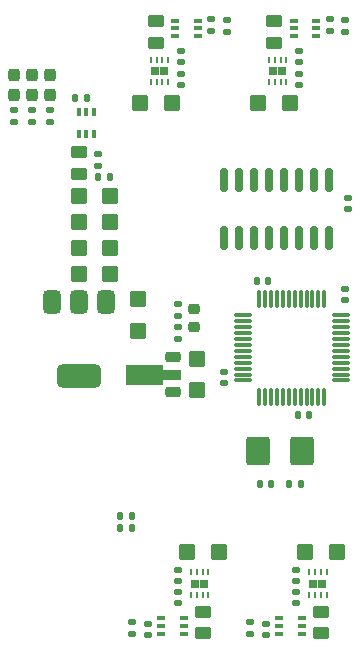
<source format=gtp>
G04 #@! TF.GenerationSoftware,KiCad,Pcbnew,9.0.2*
G04 #@! TF.CreationDate,2025-07-21T23:06:58-07:00*
G04 #@! TF.ProjectId,servo-drive,73657276-6f2d-4647-9269-76652e6b6963,rev?*
G04 #@! TF.SameCoordinates,Original*
G04 #@! TF.FileFunction,Paste,Top*
G04 #@! TF.FilePolarity,Positive*
%FSLAX46Y46*%
G04 Gerber Fmt 4.6, Leading zero omitted, Abs format (unit mm)*
G04 Created by KiCad (PCBNEW 9.0.2) date 2025-07-21 23:06:58*
%MOMM*%
%LPD*%
G01*
G04 APERTURE LIST*
G04 Aperture macros list*
%AMRoundRect*
0 Rectangle with rounded corners*
0 $1 Rounding radius*
0 $2 $3 $4 $5 $6 $7 $8 $9 X,Y pos of 4 corners*
0 Add a 4 corners polygon primitive as box body*
4,1,4,$2,$3,$4,$5,$6,$7,$8,$9,$2,$3,0*
0 Add four circle primitives for the rounded corners*
1,1,$1+$1,$2,$3*
1,1,$1+$1,$4,$5*
1,1,$1+$1,$6,$7*
1,1,$1+$1,$8,$9*
0 Add four rect primitives between the rounded corners*
20,1,$1+$1,$2,$3,$4,$5,0*
20,1,$1+$1,$4,$5,$6,$7,0*
20,1,$1+$1,$6,$7,$8,$9,0*
20,1,$1+$1,$8,$9,$2,$3,0*%
%AMFreePoly0*
4,1,9,3.862500,-0.866500,0.737500,-0.866500,0.737500,-0.450000,-0.737500,-0.450000,-0.737500,0.450000,0.737500,0.450000,0.737500,0.866500,3.862500,0.866500,3.862500,-0.866500,3.862500,-0.866500,$1*%
G04 Aperture macros list end*
%ADD10RoundRect,0.140000X-0.170000X0.140000X-0.170000X-0.140000X0.170000X-0.140000X0.170000X0.140000X0*%
%ADD11RoundRect,0.135000X-0.185000X0.135000X-0.185000X-0.135000X0.185000X-0.135000X0.185000X0.135000X0*%
%ADD12RoundRect,0.140000X0.170000X-0.140000X0.170000X0.140000X-0.170000X0.140000X-0.170000X-0.140000X0*%
%ADD13RoundRect,0.225000X0.250000X-0.225000X0.250000X0.225000X-0.250000X0.225000X-0.250000X-0.225000X0*%
%ADD14RoundRect,0.135000X-0.135000X-0.185000X0.135000X-0.185000X0.135000X0.185000X-0.135000X0.185000X0*%
%ADD15RoundRect,0.135000X0.185000X-0.135000X0.185000X0.135000X-0.185000X0.135000X-0.185000X-0.135000X0*%
%ADD16R,0.650000X0.750000*%
%ADD17RoundRect,0.062500X-0.062500X0.187500X-0.062500X-0.187500X0.062500X-0.187500X0.062500X0.187500X0*%
%ADD18RoundRect,0.075000X0.075000X-0.662500X0.075000X0.662500X-0.075000X0.662500X-0.075000X-0.662500X0*%
%ADD19RoundRect,0.075000X0.662500X-0.075000X0.662500X0.075000X-0.662500X0.075000X-0.662500X-0.075000X0*%
%ADD20RoundRect,0.100000X-0.225000X-0.100000X0.225000X-0.100000X0.225000X0.100000X-0.225000X0.100000X0*%
%ADD21RoundRect,0.140000X0.140000X0.170000X-0.140000X0.170000X-0.140000X-0.170000X0.140000X-0.170000X0*%
%ADD22RoundRect,0.225000X0.425000X0.225000X-0.425000X0.225000X-0.425000X-0.225000X0.425000X-0.225000X0*%
%ADD23FreePoly0,180.000000*%
%ADD24RoundRect,0.250000X-0.457500X-0.445000X0.457500X-0.445000X0.457500X0.445000X-0.457500X0.445000X0*%
%ADD25RoundRect,0.250000X0.450000X-0.262500X0.450000X0.262500X-0.450000X0.262500X-0.450000X-0.262500X0*%
%ADD26RoundRect,0.250000X0.750000X0.950000X-0.750000X0.950000X-0.750000X-0.950000X0.750000X-0.950000X0*%
%ADD27RoundRect,0.100000X0.225000X0.100000X-0.225000X0.100000X-0.225000X-0.100000X0.225000X-0.100000X0*%
%ADD28RoundRect,0.250000X0.445000X-0.457500X0.445000X0.457500X-0.445000X0.457500X-0.445000X-0.457500X0*%
%ADD29RoundRect,0.150000X-0.150000X0.825000X-0.150000X-0.825000X0.150000X-0.825000X0.150000X0.825000X0*%
%ADD30RoundRect,0.250000X-0.445000X0.457500X-0.445000X-0.457500X0.445000X-0.457500X0.445000X0.457500X0*%
%ADD31RoundRect,0.375000X-0.375000X0.625000X-0.375000X-0.625000X0.375000X-0.625000X0.375000X0.625000X0*%
%ADD32RoundRect,0.500000X-1.400000X0.500000X-1.400000X-0.500000X1.400000X-0.500000X1.400000X0.500000X0*%
%ADD33RoundRect,0.100000X-0.100000X0.225000X-0.100000X-0.225000X0.100000X-0.225000X0.100000X0.225000X0*%
%ADD34RoundRect,0.237500X0.237500X-0.287500X0.237500X0.287500X-0.237500X0.287500X-0.237500X-0.287500X0*%
%ADD35RoundRect,0.250000X-0.450000X0.262500X-0.450000X-0.262500X0.450000X-0.262500X0.450000X0.262500X0*%
%ADD36RoundRect,0.140000X-0.140000X-0.170000X0.140000X-0.170000X0.140000X0.170000X-0.140000X0.170000X0*%
%ADD37RoundRect,0.250000X0.457500X0.445000X-0.457500X0.445000X-0.457500X-0.445000X0.457500X-0.445000X0*%
%ADD38RoundRect,0.062500X0.062500X-0.187500X0.062500X0.187500X-0.062500X0.187500X-0.062500X-0.187500X0*%
G04 APERTURE END LIST*
D10*
X140200000Y-80420000D03*
X140200000Y-81380000D03*
D11*
X151500000Y-80490000D03*
X151500000Y-81510000D03*
D12*
X151750000Y-96480000D03*
X151750000Y-95520000D03*
D11*
X125000000Y-88115000D03*
X125000000Y-89135000D03*
D13*
X138700000Y-106475000D03*
X138700000Y-104925000D03*
D12*
X134800000Y-132580000D03*
X134800000Y-131620000D03*
D14*
X132490000Y-122500000D03*
X133510000Y-122500000D03*
D15*
X137400000Y-107510000D03*
X137400000Y-106490000D03*
D16*
X136200000Y-84800000D03*
X135400000Y-84800000D03*
D17*
X136550000Y-83850000D03*
X136050000Y-83850000D03*
X135550000Y-83850000D03*
X135050000Y-83850000D03*
X135050000Y-85750000D03*
X135550000Y-85750000D03*
X136050000Y-85750000D03*
X136550000Y-85750000D03*
D12*
X147600000Y-85980000D03*
X147600000Y-85020000D03*
D18*
X144250000Y-112412500D03*
X144750000Y-112412500D03*
X145250000Y-112412500D03*
X145750000Y-112412500D03*
X146250000Y-112412500D03*
X146750000Y-112412500D03*
X147250000Y-112412500D03*
X147750000Y-112412500D03*
X148250000Y-112412500D03*
X148750000Y-112412500D03*
X149250000Y-112412500D03*
X149750000Y-112412500D03*
D19*
X151162500Y-111000000D03*
X151162500Y-110500000D03*
X151162500Y-110000000D03*
X151162500Y-109500000D03*
X151162500Y-109000000D03*
X151162500Y-108500000D03*
X151162500Y-108000000D03*
X151162500Y-107500000D03*
X151162500Y-107000000D03*
X151162500Y-106500000D03*
X151162500Y-106000000D03*
X151162500Y-105500000D03*
D18*
X149750000Y-104087500D03*
X149250000Y-104087500D03*
X148750000Y-104087500D03*
X148250000Y-104087500D03*
X147750000Y-104087500D03*
X147250000Y-104087500D03*
X146750000Y-104087500D03*
X146250000Y-104087500D03*
X145750000Y-104087500D03*
X145250000Y-104087500D03*
X144750000Y-104087500D03*
X144250000Y-104087500D03*
D19*
X142837500Y-105500000D03*
X142837500Y-106000000D03*
X142837500Y-106500000D03*
X142837500Y-107000000D03*
X142837500Y-107500000D03*
X142837500Y-108000000D03*
X142837500Y-108500000D03*
X142837500Y-109000000D03*
X142837500Y-109500000D03*
X142837500Y-110000000D03*
X142837500Y-110500000D03*
X142837500Y-111000000D03*
D20*
X145950000Y-131150000D03*
X145950000Y-131800000D03*
X145950000Y-132450000D03*
X147850000Y-132450000D03*
X147850000Y-131800000D03*
X147850000Y-131150000D03*
D21*
X147750000Y-119750000D03*
X146790000Y-119750000D03*
D10*
X151500000Y-103270000D03*
X151500000Y-104230000D03*
D21*
X148500000Y-113950000D03*
X147540000Y-113950000D03*
D22*
X136950000Y-112000000D03*
D23*
X136862500Y-110500000D03*
D22*
X136950000Y-109000000D03*
D24*
X128947500Y-99800000D03*
X131652500Y-99800000D03*
D25*
X149500000Y-132412500D03*
X149500000Y-130587500D03*
D15*
X137400000Y-105520000D03*
X137400000Y-104500000D03*
D26*
X147850000Y-117000000D03*
X144150000Y-117000000D03*
D12*
X147400000Y-129880000D03*
X147400000Y-128920000D03*
D10*
X137400000Y-127020000D03*
X137400000Y-127980000D03*
D27*
X139050000Y-81850000D03*
X139050000Y-81200000D03*
X139050000Y-80550000D03*
X137150000Y-80550000D03*
X137150000Y-81200000D03*
X137150000Y-81850000D03*
D24*
X128947500Y-95400000D03*
X131652500Y-95400000D03*
D25*
X139500000Y-132412500D03*
X139500000Y-130587500D03*
D10*
X137600000Y-83120000D03*
X137600000Y-84080000D03*
D16*
X146200000Y-84800000D03*
X145400000Y-84800000D03*
D17*
X146550000Y-83850000D03*
X146050000Y-83850000D03*
X145550000Y-83850000D03*
X145050000Y-83850000D03*
X145050000Y-85750000D03*
X145550000Y-85750000D03*
X146050000Y-85750000D03*
X146550000Y-85750000D03*
D11*
X126500000Y-88115000D03*
X126500000Y-89135000D03*
D20*
X135950000Y-131150000D03*
X135950000Y-131800000D03*
X135950000Y-132450000D03*
X137850000Y-132450000D03*
X137850000Y-131800000D03*
X137850000Y-131150000D03*
D14*
X130590000Y-93800000D03*
X131610000Y-93800000D03*
D12*
X137600000Y-85980000D03*
X137600000Y-85020000D03*
D10*
X150200000Y-80420000D03*
X150200000Y-81380000D03*
D24*
X138147500Y-125500000D03*
X140852500Y-125500000D03*
X128947500Y-97600000D03*
X131652500Y-97600000D03*
D14*
X132490000Y-123500000D03*
X133510000Y-123500000D03*
D28*
X134000000Y-106852500D03*
X134000000Y-104147500D03*
D15*
X133500000Y-132510000D03*
X133500000Y-131490000D03*
D24*
X128947500Y-102000000D03*
X131652500Y-102000000D03*
D29*
X150195000Y-94025000D03*
X148925000Y-94025000D03*
X147655000Y-94025000D03*
X146385000Y-94025000D03*
X145115000Y-94025000D03*
X143845000Y-94025000D03*
X142575000Y-94025000D03*
X141305000Y-94025000D03*
X141305000Y-98975000D03*
X142575000Y-98975000D03*
X143845000Y-98975000D03*
X145115000Y-98975000D03*
X146385000Y-98975000D03*
X147655000Y-98975000D03*
X148925000Y-98975000D03*
X150195000Y-98975000D03*
D11*
X141500000Y-80490000D03*
X141500000Y-81510000D03*
D30*
X139000000Y-109147500D03*
X139000000Y-111852500D03*
D31*
X131300000Y-104350000D03*
X129000000Y-104350000D03*
D32*
X129000000Y-110650000D03*
D31*
X126700000Y-104350000D03*
D11*
X130600000Y-91790000D03*
X130600000Y-92810000D03*
D10*
X147600000Y-83120000D03*
X147600000Y-84080000D03*
D27*
X149050000Y-81850000D03*
X149050000Y-81200000D03*
X149050000Y-80550000D03*
X147150000Y-80550000D03*
X147150000Y-81200000D03*
X147150000Y-81850000D03*
D33*
X130250000Y-88250000D03*
X129600000Y-88250000D03*
X128950000Y-88250000D03*
X128950000Y-90150000D03*
X129600000Y-90150000D03*
X130250000Y-90150000D03*
D24*
X148147500Y-125500000D03*
X150852500Y-125500000D03*
D34*
X125000000Y-86875000D03*
X125000000Y-85125000D03*
D15*
X143500000Y-132510000D03*
X143500000Y-131490000D03*
D34*
X123500000Y-86875000D03*
X123500000Y-85125000D03*
D35*
X135500000Y-80587500D03*
X135500000Y-82412500D03*
D12*
X141300000Y-111230000D03*
X141300000Y-110270000D03*
X144800000Y-132580000D03*
X144800000Y-131620000D03*
D36*
X128670000Y-87050000D03*
X129630000Y-87050000D03*
D37*
X136852500Y-87500000D03*
X134147500Y-87500000D03*
D16*
X138800000Y-128200000D03*
X139600000Y-128200000D03*
D38*
X138450000Y-129150000D03*
X138950000Y-129150000D03*
X139450000Y-129150000D03*
X139950000Y-129150000D03*
X139950000Y-127250000D03*
X139450000Y-127250000D03*
X138950000Y-127250000D03*
X138450000Y-127250000D03*
D36*
X144290000Y-119750000D03*
X145250000Y-119750000D03*
D12*
X137400000Y-129880000D03*
X137400000Y-128920000D03*
D11*
X123500000Y-88115000D03*
X123500000Y-89135000D03*
D16*
X148800000Y-128200000D03*
X149600000Y-128200000D03*
D38*
X148450000Y-129150000D03*
X148950000Y-129150000D03*
X149450000Y-129150000D03*
X149950000Y-129150000D03*
X149950000Y-127250000D03*
X149450000Y-127250000D03*
X148950000Y-127250000D03*
X148450000Y-127250000D03*
D10*
X147400000Y-127020000D03*
X147400000Y-127980000D03*
D36*
X144020000Y-102550000D03*
X144980000Y-102550000D03*
D25*
X129000000Y-93512500D03*
X129000000Y-91687500D03*
D37*
X146852500Y-87500000D03*
X144147500Y-87500000D03*
D34*
X126500000Y-86875000D03*
X126500000Y-85125000D03*
D35*
X145500000Y-80587500D03*
X145500000Y-82412500D03*
M02*

</source>
